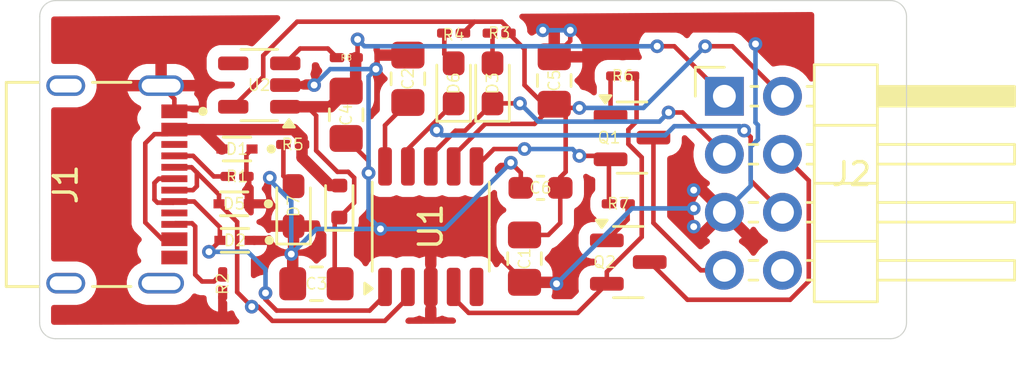
<source format=kicad_pcb>
(kicad_pcb (version 20241229) (generator "pcbnew") (generator_version "9.0")
  (layers (0 "F.Cu" signal) (2 "B.Cu" signal) (13 "F.Paste" user) (15 "B.Paste" user) (5 "F.SilkS" user "F.Silkscreen") (7 "B.SilkS" user "B.Silkscreen") (1 "F.Mask" user) (3 "B.Mask" user) (25 "Edge.Cuts" user))
  (net 0 "")
  (net 1 "GND")
  (net 2 "+3.3V")
  (net 3 "Net-(U1-V3)")
  (net 4 "+5V")
  (net 5 "VBUS")
  (net 6 "D+")
  (net 7 "RXD")
  (net 8 "Net-(D3-A)")
  (net 9 "D-")
  (net 10 "Net-(D6-A)")
  (net 11 "TXD")
  (net 12 "Net-(D7-A)")
  (net 14 "Net-(J1-CC2)")
  (net 15 "Net-(J1-CC1)")
  (net 17 "IO0")
  (net 19 "EN")
  (net 20 "Net-(Q1-B)")
  (net 21 "RTS")
  (net 22 "DTR")
  (net 23 "Net-(Q2-B)")
  (net 24 "Net-(U2-EN)")
  (footprint "Resistor_SMD:R_0201_0603Metric_Pad0.64x0.40mm_HandSolder" (layer "F.Cu") (at 65.5 58.725 180)
    (property "Reference" "R4" (at 0 -0.075 0) (layer "F.SilkS") (effects (font (size 0.5 0.5) (thickness 0.0625))))
    (property "Value" "220")
    (pad "1" smd roundrect (at -0.4075 0 180) (size 0.635 0.4) (layers "F.Cu" "F.Mask") (net 2 "+3.3V"))
    (pad "2" smd roundrect (at 0.4075 0 180) (size 0.635 0.4) (layers "F.Cu" "F.Mask") (net 10 "Net-(D6-A)"))
  )
  (footprint "footprint:HRO_TYPE-C-31-M-12" (layer "F.Cu") (at 48.5375 65.35 -90)
    (property "Reference" "J1" (at 0 0 90) (layer "F.SilkS"))
    (property "Value" "USB_C_Receptacle_USB2.0_16P" (hide yes))
    (fp_line (start -4.47 2.6) (end 4.47 2.6) (stroke (width 0.127)) (layer "F.SilkS"))
    (fp_line (start -4.47 2.6) (end -4.47 1.17) (stroke (width 0.127)) (layer "F.SilkS"))
    (fp_line (start 4.47 2.6) (end 4.47 1.17) (stroke (width 0.127)) (layer "F.SilkS"))
    (fp_line (start -4.47 -2.85) (end -4.47 -1.17) (stroke (width 0.127)) (layer "F.SilkS"))
    (fp_line (start 4.47 -2.85) (end 4.47 -1.17) (stroke (width 0.127)) (layer "F.SilkS"))
    (fp_circle (center -3.2 -6) (end -3.1 -6) (stroke (width 0.2)) (fill no) (layer "F.SilkS"))
    (pad "" np_thru_hole circle (at -2.89 -3.68 270) (size 0.6 0.6) (drill 0.6) (layers "*.Cu" "*.Mask"))
    (pad "" np_thru_hole circle (at 2.89 -3.68 270) (size 0.6 0.6) (drill 0.6) (layers "*.Cu" "*.Mask"))
    (pad "A5" smd rect (at -1.25 -4.75 270) (size 0.3 1.14) (layers "F.Cu" "F.Paste") (net 15 "Net-(J1-CC1)"))
    (pad "A6" smd rect (at -0.25 -4.75 270) (size 0.3 1.14) (layers "F.Cu" "F.Paste") (net 6 "D+"))
    (pad "A7" smd rect (at 0.25 -4.75 270) (size 0.3 1.14) (layers "F.Cu" "F.Paste") (net 9 "D-"))
    (pad "A8" smd rect (at 1.25 -4.75 270) (size 0.3 1.14) (layers "F.Cu" "F.Paste"))
    (pad "A9" smd rect (at 2.4 -4.75 270) (size 0.6 1.14) (layers "F.Cu" "F.Paste") (net 5 "VBUS"))
    (pad "A12" smd rect (at 3.2 -4.75 270) (size 0.6 1.14) (layers "F.Cu" "F.Paste") (net 1 "GND"))
    (pad "B5" smd rect (at 1.75 -4.75 270) (size 0.3 1.14) (layers "F.Cu" "F.Paste") (net 14 "Net-(J1-CC2)"))
    (pad "B6" smd rect (at 0.75 -4.75 270) (size 0.3 1.14) (layers "F.Cu" "F.Paste") (net 6 "D+"))
    (pad "B7" smd rect (at -0.75 -4.75 270) (size 0.3 1.14) (layers "F.Cu" "F.Paste") (net 9 "D-"))
    (pad "B8" smd rect (at -1.75 -4.75 270) (size 0.3 1.14) (layers "F.Cu" "F.Paste"))
    (pad "B9" smd rect (at -2.4 -4.75 270) (size 0.6 1.14) (layers "F.Cu" "F.Paste") (net 5 "VBUS"))
    (pad "B12" smd rect (at -3.2 -4.75 270) (size 0.6 1.14) (layers "F.Cu" "F.Paste") (net 1 "GND"))
    (pad "S1" thru_hole oval (at -4.325 -4.17 270) (size 0.9 2) (drill oval 0.6 1.7) (layers "*.Cu" "*.Mask") (net 1 "GND"))
    (pad "S2" thru_hole oval (at 4.325 -4.17 270) (size 0.9 2) (drill oval 0.6 1.7) (layers "*.Cu" "*.Mask"))
    (pad "S3" thru_hole oval (at -4.325 0 270) (size 0.9 1.7) (drill oval 0.6 1.4) (layers "*.Cu" "*.Mask"))
    (pad "S4" thru_hole oval (at 4.325 0 270) (size 0.9 1.7) (drill oval 0.6 1.4) (layers "*.Cu" "*.Mask"))
  )
  (footprint "Package_SO:SSOP-10-1EP_3.9x4.9mm_P1mm_EP2.1x3.3mm" (layer "F.Cu") (at 64.5 67.2 90)
    (property "Reference" "U1" (at 0 0 90) (layer "F.SilkS"))
    (property "Value" "CH340K")
    (fp_line (start 0 -2.56) (end 1.95 -2.56) (stroke (width 0.12)) (layer "F.SilkS"))
    (fp_line (start 0 -2.56) (end -1.95 -2.56) (stroke (width 0.12)) (layer "F.SilkS"))
    (fp_line (start 0 2.56) (end 1.95 2.56) (stroke (width 0.12)) (layer "F.SilkS"))
    (fp_line (start 0 2.56) (end -1.95 2.56) (stroke (width 0.12)) (layer "F.SilkS"))
    (fp_poly (pts (xy -2.7125 -2.56) (xy -2.9525 -2.89) (xy -2.4725 -2.89)) (stroke (width 0.12)) (fill yes) (layer "F.SilkS"))
    (pad "1" smd roundrect (at -2.6375 -2 90) (size 1.675 0.6) (layers "F.Cu" "F.Mask" "F.Paste") (net 6 "D+"))
    (pad "2" smd roundrect (at -2.6375 -1 90) (size 1.675 0.6) (layers "F.Cu" "F.Mask" "F.Paste") (net 9 "D-"))
    (pad "3" smd roundrect (at -2.6375 0 90) (size 1.675 0.6) (layers "F.Cu" "F.Mask" "F.Paste") (net 1 "GND"))
    (pad "4" smd roundrect (at -2.6375 1 90) (size 1.675 0.6) (layers "F.Cu" "F.Mask" "F.Paste") (net 22 "DTR"))
    (pad "5" smd roundrect (at -2.6375 2 90) (size 1.675 0.6) (layers "F.Cu" "F.Mask" "F.Paste"))
    (pad "6" smd roundrect (at 2.6375 2 90) (size 1.675 0.6) (layers "F.Cu" "F.Mask" "F.Paste") (net 21 "RTS"))
    (pad "7" smd roundrect (at 2.6375 1 90) (size 1.675 0.6) (layers "F.Cu" "F.Mask" "F.Paste") (net 2 "+3.3V"))
    (pad "8" smd roundrect (at 2.6375 0 90) (size 1.675 0.6) (layers "F.Cu" "F.Mask" "F.Paste") (net 7 "RXD"))
    (pad "9" smd roundrect (at 2.6375 -1 90) (size 1.675 0.6) (layers "F.Cu" "F.Mask" "F.Paste") (net 11 "TXD"))
    (pad "10" smd roundrect (at 2.6375 -2 90) (size 1.675 0.6) (layers "F.Cu" "F.Mask" "F.Paste") (net 3 "Net-(U1-V3)"))
    (pad "11" smd rect (at 0 0 90) (size 2.1 3.3) (property pad_prop_heatsink) (layers "F.Cu" "F.Mask") (net 1 "GND"))
  )
  (footprint "Resistor_SMD:R_0201_0603Metric_Pad0.64x0.40mm_HandSolder" (layer "F.Cu") (at 55.4 69.7 -90)
    (property "Reference" "R2" (at 0 0 90) (layer "F.SilkS") (effects (font (size 0.5 0.5) (thickness 0.0625))))
    (property "Value" "5.1k")
    (pad "1" smd roundrect (at -0.4075 0 270) (size 0.635 0.4) (layers "F.Cu" "F.Mask") (net 14 "Net-(J1-CC2)"))
    (pad "2" smd roundrect (at 0.4075 0 270) (size 0.635 0.4) (layers "F.Cu" "F.Mask") (net 1 "GND"))
  )
  (footprint "Diode_SMD:D_SOD-523" (layer "F.Cu") (at 60.5 66.1 90)
    (property "Reference" "D4" (hide yes))
    (property "Value" "D_Schottky" (hide yes))
    (fp_line (start 0.7 -0.6) (end -1.26 -0.6) (stroke (width 0.12)) (layer "F.SilkS"))
    (fp_line (start -1.26 -0.6) (end -1.26 0.6) (stroke (width 0.12)) (layer "F.SilkS"))
    (fp_line (start 0.7 0.6) (end -1.26 0.6) (stroke (width 0.12)) (layer "F.SilkS"))
    (pad "1" smd roundrect (at -0.7 0 270) (size 0.6 0.7) (layers "F.Cu" "F.Mask" "F.Paste") (net 4 "+5V"))
    (pad "2" smd roundrect (at 0.7 0 270) (size 0.6 0.7) (layers "F.Cu" "F.Mask" "F.Paste") (net 5 "VBUS"))
  )
  (footprint "Capacitor_SMD:C_0603_1608Metric_Pad1.08x0.95mm_HandSolder" (layer "F.Cu") (at 69.3 65.5 180)
    (property "Reference" "C6" (at 0 0 0) (layer "F.SilkS") (effects (font (size 0.5 0.5) (thickness 0.0625))))
    (property "Value" "0.1u")
    (fp_line (start -0.146267 0.51) (end 0.146267 0.51) (stroke (width 0.12)) (layer "F.SilkS"))
    (fp_line (start -0.146267 -0.51) (end 0.146267 -0.51) (stroke (width 0.12)) (layer "F.SilkS"))
    (pad "1" smd roundrect (at -0.8625 0 180) (size 1.075 0.95) (layers "F.Cu" "F.Mask" "F.Paste") (net 2 "+3.3V"))
    (pad "2" smd roundrect (at 0.8625 0 180) (size 1.075 0.95) (layers "F.Cu" "F.Mask" "F.Paste") (net 1 "GND"))
  )
  (footprint "Resistor_SMD:R_0201_0603Metric_Pad0.64x0.40mm_HandSolder" (layer "F.Cu") (at 67.4925 58.725 180)
    (property "Reference" "R3" (at 0 0 0) (layer "F.SilkS") (effects (font (size 0.5 0.5) (thickness 0.0625))))
    (property "Value" "220")
    (pad "1" smd roundrect (at -0.4075 0 180) (size 0.635 0.4) (layers "F.Cu" "F.Mask") (net 2 "+3.3V"))
    (pad "2" smd roundrect (at 0.4075 0 180) (size 0.635 0.4) (layers "F.Cu" "F.Mask") (net 8 "Net-(D3-A)"))
  )
  (footprint "LED_SMD:LED_0603_1608Metric_Pad1.05x0.95mm_HandSolder" (layer "F.Cu") (at 67.2 60.925 90)
    (property "Reference" "D3" (at 0 0 90) (layer "F.SilkS") (effects (font (size 0.5 0.5) (thickness 0.0625))))
    (property "Value" "LED")
    (fp_line (start 0.8 -0.735) (end -1.66 -0.735) (stroke (width 0.12)) (layer "F.SilkS"))
    (fp_line (start -1.66 -0.735) (end -1.66 0.735) (stroke (width 0.12)) (layer "F.SilkS"))
    (fp_line (start -1.66 0.735) (end 0.8 0.735) (stroke (width 0.12)) (layer "F.SilkS"))
    (pad "1" smd roundrect (at -0.875 0 90) (size 1.05 0.95) (layers "F.Cu" "F.Mask" "F.Paste") (net 7 "RXD"))
    (pad "2" smd roundrect (at 0.875 0 90) (size 1.05 0.95) (layers "F.Cu" "F.Mask" "F.Paste") (net 8 "Net-(D3-A)"))
  )
  (footprint "Capacitor_SMD:C_0805_2012Metric_Pad1.18x1.45mm_HandSolder" (layer "F.Cu") (at 69.9 60.8 90)
    (property "Reference" "C5" (at 0 0 90) (layer "F.SilkS") (effects (font (size 0.5 0.5) (thickness 0.0625))))
    (property "Value" "10u")
    (fp_line (start -0.261252 -0.735) (end 0.261252 -0.735) (stroke (width 0.12)) (layer "F.SilkS"))
    (fp_line (start -0.261252 0.735) (end 0.261252 0.735) (stroke (width 0.12)) (layer "F.SilkS"))
    (pad "1" smd roundrect (at -1.0375 0 90) (size 1.175 1.45) (layers "F.Cu" "F.Mask" "F.Paste") (roundrect_rratio 0.212766) (net 2 "+3.3V"))
    (pad "2" smd roundrect (at 1.0375 0 90) (size 1.175 1.45) (layers "F.Cu" "F.Mask" "F.Paste") (roundrect_rratio 0.212766) (net 1 "GND"))
  )
  (footprint "footprint:TVS_LESD5D5.0CT1G" (layer "F.Cu") (at 55.9 66.2 180)
    (property "Reference" "D5" (at 0 0 0) (layer "F.SilkS") (effects (font (size 0.5 0.5) (thickness 0.0625))))
    (property "Value" "LESD5D5.0CT1G" (hide yes))
    (fp_line (start 0.6 0.52) (end -0.6 0.52) (stroke (width 0.127)) (layer "F.SilkS"))
    (fp_line (start -0.6 -0.52) (end 0.6 -0.52) (stroke (width 0.127)) (layer "F.SilkS"))
    (fp_circle (center -1.5 0) (end -1.4 0) (stroke (width 0.2)) (fill no) (layer "F.SilkS"))
    (pad "1" smd rect (at -0.66 0 180) (size 0.48 0.4) (layers "F.Cu" "F.Mask" "F.Paste") (net 1 "GND"))
    (pad "2" smd rect (at 0.66 0 180) (size 0.48 0.4) (layers "F.Cu" "F.Mask" "F.Paste") (net 9 "D-"))
  )
  (footprint "LED_SMD:LED_0603_1608Metric_Pad1.05x0.95mm_HandSolder" (layer "F.Cu") (at 58.5 66.3 90)
    (property "Reference" "D7" (at 0 0 90) (layer "F.SilkS") (effects (font (size 0.5 0.5) (thickness 0.0625))))
    (property "Value" "LED")
    (fp_line (start 0.8 -0.735) (end -1.66 -0.735) (stroke (width 0.12)) (layer "F.SilkS"))
    (fp_line (start -1.66 -0.735) (end -1.66 0.735) (stroke (width 0.12)) (layer "F.SilkS"))
    (fp_line (start -1.66 0.735) (end 0.8 0.735) (stroke (width 0.12)) (layer "F.SilkS"))
    (pad "1" smd roundrect (at -0.875 0 90) (size 1.05 0.95) (layers "F.Cu" "F.Mask" "F.Paste") (net 1 "GND"))
    (pad "2" smd roundrect (at 0.875 0 90) (size 1.05 0.95) (layers "F.Cu" "F.Mask" "F.Paste") (net 12 "Net-(D7-A)"))
  )
  (footprint "footprint:TVS_LESD5D5.0CT1G" (layer "F.Cu") (at 56.025 63.8 180)
    (property "Reference" "D1" (at 0 0 0) (layer "F.SilkS") (effects (font (size 0.5 0.5) (thickness 0.0625))))
    (property "Value" "LESD5D5.0CT1G" (hide yes))
    (fp_line (start 0.6 0.52) (end -0.6 0.52) (stroke (width 0.127)) (layer "F.SilkS"))
    (fp_line (start -0.6 -0.52) (end 0.6 -0.52) (stroke (width 0.127)) (layer "F.SilkS"))
    (fp_circle (center -1.5 0) (end -1.4 0) (stroke (width 0.2)) (fill no) (layer "F.SilkS"))
    (pad "1" smd rect (at -0.66 0 180) (size 0.48 0.4) (layers "F.Cu" "F.Mask" "F.Paste") (net 1 "GND"))
    (pad "2" smd rect (at 0.66 0 180) (size 0.48 0.4) (layers "F.Cu" "F.Mask" "F.Paste") (net 5 "VBUS"))
  )
  (footprint "Capacitor_SMD:C_0805_2012Metric_Pad1.18x1.45mm_HandSolder" (layer "F.Cu") (at 59.5 69.7 180)
    (property "Reference" "C3" (at 0 0 0) (layer "F.SilkS") (effects (font (size 0.5 0.5) (thickness 0.0625))))
    (property "Value" "10u")
    (fp_line (start -0.261252 0.735) (end 0.261252 0.735) (stroke (width 0.12)) (layer "F.SilkS"))
    (fp_line (start -0.261252 -0.735) (end 0.261252 -0.735) (stroke (width 0.12)) (layer "F.SilkS"))
    (pad "1" smd roundrect (at -1.0375 0 180) (size 1.175 1.45) (layers "F.Cu" "F.Mask" "F.Paste") (roundrect_rratio 0.212766) (net 4 "+5V"))
    (pad "2" smd roundrect (at 1.0375 0 180) (size 1.175 1.45) (layers "F.Cu" "F.Mask" "F.Paste") (roundrect_rratio 0.212766) (net 1 "GND"))
  )
  (footprint "footprint:TVS_LESD5D5.0CT1G" (layer "F.Cu") (at 55.9375 67.8 180)
    (property "Reference" "D2" (at 0 0 0) (layer "F.SilkS") (effects (font (size 0.5 0.5) (thickness 0.0625))))
    (property "Value" "LESD5D5.0CT1G" (hide yes))
    (fp_line (start 0.6 0.52) (end -0.6 0.52) (stroke (width 0.127)) (layer "F.SilkS"))
    (fp_line (start -0.6 -0.52) (end 0.6 -0.52) (stroke (width 0.127)) (layer "F.SilkS"))
    (fp_circle (center -1.5 0) (end -1.4 0) (stroke (width 0.2)) (fill no) (layer "F.SilkS"))
    (pad "1" smd rect (at -0.66 0 180) (size 0.48 0.4) (layers "F.Cu" "F.Mask" "F.Paste") (net 1 "GND"))
    (pad "2" smd rect (at 0.66 0 180) (size 0.48 0.4) (layers "F.Cu" "F.Mask" "F.Paste") (net 6 "D+"))
  )
  (footprint "LED_SMD:LED_0603_1608Metric_Pad1.05x0.95mm_HandSolder" (layer "F.Cu") (at 65.5 60.925 90)
    (property "Reference" "D6" (at 0 0 90) (layer "F.SilkS") (effects (font (size 0.5 0.5) (thickness 0.0625))))
    (property "Value" "LED")
    (fp_line (start 0.8 -0.735) (end -1.66 -0.735) (stroke (width 0.12)) (layer "F.SilkS"))
    (fp_line (start -1.66 -0.735) (end -1.66 0.735) (stroke (width 0.12)) (layer "F.SilkS"))
    (fp_line (start -1.66 0.735) (end 0.8 0.735) (stroke (width 0.12)) (layer "F.SilkS"))
    (pad "1" smd roundrect (at -0.875 0 90) (size 1.05 0.95) (layers "F.Cu" "F.Mask" "F.Paste") (net 11 "TXD"))
    (pad "2" smd roundrect (at 0.875 0 90) (size 1.05 0.95) (layers "F.Cu" "F.Mask" "F.Paste") (net 10 "Net-(D6-A)"))
  )
  (footprint "Capacitor_SMD:C_0805_2012Metric_Pad1.18x1.45mm_HandSolder" (layer "F.Cu") (at 63.5 60.725 -90)
    (property "Reference" "C2" (at 0 0 90) (layer "F.SilkS") (effects (font (size 0.5 0.5) (thickness 0.0625))))
    (property "Value" "100n")
    (fp_line (start -0.261252 0.735) (end 0.261252 0.735) (stroke (width 0.12)) (layer "F.SilkS"))
    (fp_line (start -0.261252 -0.735) (end 0.261252 -0.735) (stroke (width 0.12)) (layer "F.SilkS"))
    (pad "1" smd roundrect (at -1.0375 0 270) (size 1.175 1.45) (layers "F.Cu" "F.Mask" "F.Paste") (roundrect_rratio 0.212766) (net 1 "GND"))
    (pad "2" smd roundrect (at 1.0375 0 270) (size 1.175 1.45) (layers "F.Cu" "F.Mask" "F.Paste") (roundrect_rratio 0.212766) (net 3 "Net-(U1-V3)"))
  )
  (footprint "Connector_PinHeader_2.54mm:PinHeader_2x04_P2.54mm_Horizontal" (layer "F.Cu") (at 77.34 61.49)
    (property "Reference" "J2" (at 5.56 3.41 0) (layer "F.SilkS"))
    (property "Value" "Conn_02x04_Top_Bottom" (hide yes))
    (fp_line (start -1.27 -1.27) (end 0 -1.27) (stroke (width 0.12)) (layer "F.SilkS"))
    (fp_line (start -1.27 0) (end -1.27 -1.27) (stroke (width 0.12)) (layer "F.SilkS"))
    (fp_line (start 1.077358 2.11) (end 1.462642 2.11) (stroke (width 0.12)) (layer "F.SilkS"))
    (fp_line (start 1.077358 2.97) (end 1.462642 2.97) (stroke (width 0.12)) (layer "F.SilkS"))
    (fp_line (start 1.077358 4.65) (end 1.462642 4.65) (stroke (width 0.12)) (layer "F.SilkS"))
    (fp_line (start 1.077358 5.51) (end 1.462642 5.51) (stroke (width 0.12)) (layer "F.SilkS"))
    (fp_line (start 1.077358 7.19) (end 1.462642 7.19) (stroke (width 0.12)) (layer "F.SilkS"))
    (fp_line (start 1.077358 8.05) (end 1.462642 8.05) (stroke (width 0.12)) (layer "F.SilkS"))
    (fp_line (start 1.16 -0.43) (end 1.462642 -0.43) (stroke (width 0.12)) (layer "F.SilkS"))
    (fp_line (start 1.16 0.43) (end 1.462642 0.43) (stroke (width 0.12)) (layer "F.SilkS"))
    (fp_line (start 3.617358 -0.43) (end 3.93 -0.43) (stroke (width 0.12)) (layer "F.SilkS"))
    (fp_line (start 3.617358 0.43) (end 3.93 0.43) (stroke (width 0.12)) (layer "F.SilkS"))
    (fp_line (start 3.617358 2.11) (end 3.93 2.11) (stroke (width 0.12)) (layer "F.SilkS"))
    (fp_line (start 3.617358 2.97) (end 3.93 2.97) (stroke (width 0.12)) (layer "F.SilkS"))
    (fp_line (start 3.617358 4.65) (end 3.93 4.65) (stroke (width 0.12)) (layer "F.SilkS"))
    (fp_line (start 3.617358 5.51) (end 3.93 5.51) (stroke (width 0.12)) (layer "F.SilkS"))
    (fp_line (start 3.617358 7.19) (end 3.93 7.19) (stroke (width 0.12)) (layer "F.SilkS"))
    (fp_line (start 3.617358 8.05) (end 3.93 8.05) (stroke (width 0.12)) (layer "F.SilkS"))
    (fp_line (start 3.93 -1.38) (end 3.93 9) (stroke (width 0.12)) (layer "F.SilkS"))
    (fp_line (start 3.93 1.27) (end 6.69 1.27) (stroke (width 0.12)) (layer "F.SilkS"))
    (fp_line (start 3.93 3.81) (end 6.69 3.81) (stroke (width 0.12)) (layer "F.SilkS"))
    (fp_line (start 3.93 6.35) (end 6.69 6.35) (stroke (width 0.12)) (layer "F.SilkS"))
    (fp_line (start 3.93 9) (end 6.69 9) (stroke (width 0.12)) (layer "F.SilkS"))
    (fp_line (start 6.69 -1.38) (end 3.93 -1.38) (stroke (width 0.12)) (layer "F.SilkS"))
    (fp_line (start 6.69 2.11) (end 12.69 2.11) (stroke (width 0.12)) (layer "F.SilkS"))
    (fp_line (start 6.69 4.65) (end 12.69 4.65) (stroke (width 0.12)) (layer "F.SilkS"))
    (fp_line (start 6.69 7.19) (end 12.69 7.19) (stroke (width 0.12)) (layer "F.SilkS"))
    (fp_line (start 6.69 9) (end 6.69 -1.38) (stroke (width 0.12)) (layer "F.SilkS"))
    (fp_line (start 12.69 2.11) (end 12.69 2.97) (stroke (width 0.12)) (layer "F.SilkS"))
    (fp_line (start 12.69 2.97) (end 6.69 2.97) (stroke (width 0.12)) (layer "F.SilkS"))
    (fp_line (start 12.69 4.65) (end 12.69 5.51) (stroke (width 0.12)) (layer "F.SilkS"))
    (fp_line (start 12.69 5.51) (end 6.69 5.51) (stroke (width 0.12)) (layer "F.SilkS"))
    (fp_line (start 12.69 7.19) (end 12.69 8.05) (stroke (width 0.12)) (layer "F.SilkS"))
    (fp_line (start 12.69 8.05) (end 6.69 8.05) (stroke (width 0.12)) (layer "F.SilkS"))
    (fp_rect (start 6.69 -0.43) (end 12.69 0.43) (stroke (width 0.12)) (fill yes) (layer "F.SilkS"))
    (pad "1" thru_hole rect (at 0 0) (size 1.7 1.7) (drill 1) (layers "*.Cu" "*.Mask") (net 4 "+5V"))
    (pad "2" thru_hole circle (at 2.54 0) (size 1.7 1.7) (drill 1) (layers "*.Cu" "*.Mask") (net 2 "+3.3V"))
    (pad "3" thru_hole circle (at 0 2.54) (size 1.7 1.7) (drill 1) (layers "*.Cu" "*.Mask") (net 7 "RXD"))
    (pad "4" thru_hole circle (at 2.54 2.54) (size 1.7 1.7) (drill 1) (layers "*.Cu" "*.Mask") (net 17 "IO0"))
    (pad "5" thru_hole circle (at 0 5.08) (size 1.7 1.7) (drill 1) (layers "*.Cu" "*.Mask") (net 1 "GND"))
    (pad "6" thru_hole circle (at 2.54 5.08) (size 1.7 1.7) (drill 1) (layers "*.Cu" "*.Mask") (net 11 "TXD"))
    (pad "7" thru_hole circle (at 0 7.62) (size 1.7 1.7) (drill 1) (layers "*.Cu" "*.Mask") (net 19 "EN"))
    (pad "8" thru_hole circle (at 2.54 7.62) (size 1.7 1.7) (drill 1) (layers "*.Cu" "*.Mask"))
  )
  (footprint "Capacitor_SMD:C_0805_2012Metric_Pad1.18x1.45mm_HandSolder" (layer "F.Cu") (at 60.8 62.3 -90)
    (property "Reference" "C4" (at 0 0 90) (layer "F.SilkS") (effects (font (size 0.5 0.5) (thickness 0.0625))))
    (property "Value" "10u")
    (fp_line (start -0.261252 0.735) (end 0.261252 0.735) (stroke (width 0.12)) (layer "F.SilkS"))
    (fp_line (start -0.261252 -0.735) (end 0.261252 -0.735) (stroke (width 0.12)) (layer "F.SilkS"))
    (pad "1" smd roundrect (at -1.0375 0 270) (size 1.175 1.45) (layers "F.Cu" "F.Mask" "F.Paste") (roundrect_rratio 0.212766) (net 4 "+5V"))
    (pad "2" smd roundrect (at 1.0375 0 270) (size 1.175 1.45) (layers "F.Cu" "F.Mask" "F.Paste") (roundrect_rratio 0.212766) (net 1 "GND"))
  )
  (footprint "Resistor_SMD:R_0201_0603Metric_Pad0.64x0.40mm_HandSolder" (layer "F.Cu") (at 56.03 65)
    (property "Reference" "R1" (at 0 0 0) (layer "F.SilkS") (effects (font (size 0.5 0.5) (thickness 0.0625))))
    (property "Value" "5.1k")
    (pad "1" smd roundrect (at -0.4075 0) (size 0.635 0.4) (layers "F.Cu" "F.Mask") (net 15 "Net-(J1-CC1)"))
    (pad "2" smd roundrect (at 0.4075 0) (size 0.635 0.4) (layers "F.Cu" "F.Mask") (net 1 "GND"))
  )
  (footprint "Capacitor_SMD:C_0805_2012Metric_Pad1.18x1.45mm_HandSolder" (layer "F.Cu") (at 68.6 68.6 -90)
    (property "Reference" "C1" (at 0 0 90) (layer "F.SilkS") (effects (font (size 0.5 0.5) (thickness 0.0625))))
    (property "Value" "100n")
    (fp_line (start -0.261252 0.735) (end 0.261252 0.735) (stroke (width 0.12)) (layer "F.SilkS"))
    (fp_line (start -0.261252 -0.735) (end 0.261252 -0.735) (stroke (width 0.12)) (layer "F.SilkS"))
    (pad "1" smd roundrect (at -1.0375 0 270) (size 1.175 1.45) (layers "F.Cu" "F.Mask" "F.Paste") (roundrect_rratio 0.212766) (net 2 "+3.3V"))
    (pad "2" smd roundrect (at 1.0375 0 270) (size 1.175 1.45) (layers "F.Cu" "F.Mask" "F.Paste") (roundrect_rratio 0.212766) (net 1 "GND"))
  )
  (footprint "Resistor_SMD:R_0201_0603Metric_Pad0.64x0.40mm_HandSolder" (layer "F.Cu") (at 72.7 66.2)
    (property "Reference" "R7" (at 0 0 0) (layer "F.SilkS") (effects (font (size 0.5 0.5) (thickness 0.0625))))
    (property "Value" "10k")
    (pad "1" smd roundrect (at -0.4075 0) (size 0.635 0.4) (layers "F.Cu" "F.Mask") (net 21 "RTS"))
    (pad "2" smd roundrect (at 0.4075 0) (size 0.635 0.4) (layers "F.Cu" "F.Mask") (net 23 "Net-(Q2-B)"))
  )
  (footprint "Resistor_SMD:R_0201_0603Metric_Pad0.64x0.40mm_HandSolder" (layer "F.Cu") (at 58.4625 63.6 180)
    (property "Reference" "R5" (at 0 0 0) (layer "F.SilkS") (effects (font (size 0.5 0.5) (thickness 0.0625))))
    (property "Value" "220")
    (pad "1" smd roundrect (at -0.4075 0 180) (size 0.635 0.4) (layers "F.Cu" "F.Mask") (net 5 "VBUS"))
    (pad "2" smd roundrect (at 0.4075 0 180) (size 0.635 0.4) (layers "F.Cu" "F.Mask") (net 12 "Net-(D7-A)"))
  )
  (footprint "Package_TO_SOT_SMD:SOT-23" (layer "F.Cu") (at 73.1375 68.75)
    (property "Reference" "Q2" (at -1.0375 0 0) (layer "F.SilkS") (effects (font (size 0.5 0.5) (thickness 0.0625))))
    (property "Value" "SS8050" (hide yes))
    (fp_line (start 0 -1.56) (end -0.65 -1.56) (stroke (width 0.12)) (layer "F.SilkS"))
    (fp_line (start 0 -1.56) (end 0.65 -1.56) (stroke (width 0.12)) (layer "F.SilkS"))
    (fp_line (start 0 1.56) (end -0.65 1.56) (stroke (width 0.12)) (layer "F.SilkS"))
    (fp_line (start 0 1.56) (end 0.65 1.56) (stroke (width 0.12)) (layer "F.SilkS"))
    (fp_poly (pts (xy -1.1625 -1.51) (xy -1.4025 -1.84) (xy -0.9225 -1.84)) (stroke (width 0.12)) (fill yes) (layer "F.SilkS"))
    (pad "1" smd roundrect (at -0.9375 -0.95) (size 1.475 0.6) (layers "F.Cu" "F.Mask" "F.Paste") (net 23 "Net-(Q2-B)"))
    (pad "2" smd roundrect (at -0.9375 0.95) (size 1.475 0.6) (layers "F.Cu" "F.Mask" "F.Paste") (net 22 "DTR"))
    (pad "3" smd roundrect (at 0.9375 0) (size 1.475 0.6) (layers "F.Cu" "F.Mask" "F.Paste") (net 17 "IO0"))
  )
  (footprint "Package_TO_SOT_SMD:SOT-23-5" (layer "F.Cu") (at 57 61 180)
    (property "Reference" "U2" (at 0 0 0) (layer "F.SilkS") (effects (font (size 0.5 0.5) (thickness 0.0625))))
    (property "Value" "AP2112K-3.3")
    (fp_line (start 0 1.56) (end 0.8 1.56) (stroke (width 0.12)) (layer "F.SilkS"))
    (fp_line (start 0 1.56) (end -0.8 1.56) (stroke (width 0.12)) (layer "F.SilkS"))
    (fp_line (start 0 -1.56) (end 0.8 -1.56) (stroke (width 0.12)) (layer "F.SilkS"))
    (fp_line (start 0 -1.56) (end -0.8 -1.56) (stroke (width 0.12)) (layer "F.SilkS"))
    (fp_poly (pts (xy -1.3 -1.51) (xy -1.54 -1.84) (xy -1.06 -1.84)) (stroke (width 0.12)) (fill yes) (layer "F.SilkS"))
    (pad "1" smd roundrect (at -1.1375 -0.95 180) (size 1.325 0.6) (layers "F.Cu" "F.Mask" "F.Paste") (net 4 "+5V"))
    (pad "2" smd roundrect (at -1.1375 0 180) (size 1.325 0.6) (layers "F.Cu" "F.Mask" "F.Paste") (net 1 "GND"))
    (pad "3" smd roundrect (at -1.1375 0.95 180) (size 1.325 0.6) (layers "F.Cu" "F.Mask" "F.Paste") (net 24 "Net-(U2-EN)"))
    (pad "4" smd roundrect (at 1.1375 0.95 180) (size 1.325 0.6) (layers "F.Cu" "F.Mask" "F.Paste"))
    (pad "5" smd roundrect (at 1.1375 -0.95 180) (size 1.325 0.6) (layers "F.Cu" "F.Mask" "F.Paste") (net 2 "+3.3V"))
  )
  (footprint "Package_TO_SOT_SMD:SOT-23" (layer "F.Cu") (at 73.3 63.3)
    (property "Reference" "Q1" (at -1 0 0) (layer "F.SilkS") (effects (font (size 0.5 0.5) (thickness 0.0625))))
    (property "Value" "SS8050" (hide yes))
    (fp_line (start 0 -1.56) (end -0.65 -1.56) (stroke (width 0.12)) (layer "F.SilkS"))
    (fp_line (start 0 -1.56) (end 0.65 -1.56) (stroke (width 0.12)) (layer "F.SilkS"))
    (fp_line (start 0 1.56) (end -0.65 1.56) (stroke (width 0.12)) (layer "F.SilkS"))
    (fp_line (start 0 1.56) (end 0.65 1.56) (stroke (width 0.12)) (layer "F.SilkS"))
    (fp_poly (pts (xy -1.1625 -1.51) (xy -1.4025 -1.84) (xy -0.9225 -1.84)) (stroke (width 0.12)) (fill yes) (layer "F.SilkS"))
    (pad "1" smd roundrect (at -0.9375 -0.95) (size 1.475 0.6) (layers "F.Cu" "F.Mask" "F.Paste") (net 20 "Net-(Q1-B)"))
    (pad "2" smd roundrect (at -0.9375 0.95) (size 1.475 0.6) (layers "F.Cu" "F.Mask" "F.Paste") (net 21 "RTS"))
    (pad "3" smd roundrect (at 0.9375 0) (size 1.475 0.6) (layers "F.Cu" "F.Mask" "F.Paste") (net 19 "EN"))
  )
  (footprint "Resistor_SMD:R_0201_0603Metric_Pad0.64x0.40mm_HandSolder" (layer "F.Cu") (at 72.8925 60.6 180)
    (property "Reference" "R6" (at -0.0075 0 0) (layer "F.SilkS") (effects (font (size 0.5 0.5) (thickness 0.0625))))
    (property "Value" "10k")
    (pad "1" smd roundrect (at -0.4075 0 180) (size 0.635 0.4) (layers "F.Cu" "F.Mask") (net 22 "DTR"))
    (pad "2" smd roundrect (at 0.4075 0 180) (size 0.635 0.4) (layers "F.Cu" "F.Mask") (net 20 "Net-(Q1-B)"))
  )
  (footprint "Resistor_SMD:R_0201_0603Metric_Pad0.64x0.40mm_HandSolder" (layer "F.Cu") (at 60.8075 59.8 180)
    (property "Reference" "R8" (at 0 0 0) (layer "F.SilkS") (effects (font (size 0.25 0.25) (thickness 0.03125))))
    (property "Value" "100k")
    (pad "1" smd roundrect (at -0.4075 0 180) (size 0.635 0.4) (layers "F.Cu" "F.Mask") (net 4 "+5V"))
    (pad "2" smd roundrect (at 0.4075 0 180) (size 0.635 0.4) (layers "F.Cu" "F.Mask") (net 24 "Net-(U2-EN)"))
  )
  (gr_arc (start 47.4 58) (mid 47.605025 57.505025) (end 48.1 57.3) (stroke (width 0.05)) (layer "Edge.Cuts"))
  (gr_line (start 48.095 72.105025) (end 84.605025 72.105025) (stroke (width 0.05)) (layer "Edge.Cuts"))
  (gr_line (start 47.4 58) (end 47.394976 71.405025) (stroke (width 0.05)) (layer "Edge.Cuts"))
  (gr_line (start 85.305024 71.405025) (end 85.305025 57.999999) (stroke (width 0.05)) (layer "Edge.Cuts"))
  (gr_line (start 84.605025 57.299999) (end 48.1 57.3) (stroke (width 0.05)) (layer "Edge.Cuts"))
  (gr_arc (start 48.094975 72.105025) (mid 47.6 71.9) (end 47.394975 71.405025) (stroke (width 0.05)) (layer "Edge.Cuts"))
  (gr_arc (start 85.305025 71.405025) (mid 85.1 71.9) (end 84.605025 72.105025) (stroke (width 0.05)) (layer "Edge.Cuts"))
  (gr_arc (start 84.605025 57.299999) (mid 85.1 57.505024) (end 85.305025 57.999999) (stroke (width 0.05)) (layer "Edge.Cuts"))
  (segment (start 68.6 69.6375) (end 66.1625 67.2) (width 0.2) (layer "F.Cu") (net 1))
  (segment (start 68.4375 64.8375) (end 68 64.4) (width 0.2) (layer "F.Cu") (net 1))
  (segment (start 59.4 61) (end 58.1375 61) (width 0.2) (layer "F.Cu") (net 1))
  (segment (start 56.4375 65) (end 56.4375 64.0475) (width 0.2) (layer "F.Cu") (net 1))
  (segment (start 61.78 64.3175) (end 60.8 63.3375) (width 0.2) (layer "F.Cu") (net 1))
  (segment (start 70.6 58.6) (end 70.6 59.0625) (width 0.2) (layer "F.Cu") (net 1))
  (segment (start 53.2875 61.605) (end 52.7075 61.025) (width 0.2) (layer "F.Cu") (net 1))
  (segment (start 68.4375 65.5) (end 68.4375 64.8375) (width 0.2) (layer "F.Cu") (net 1))
  (segment (start 53.2875 62.15) (end 53.2875 61.605) (width 0.2) (layer "F.Cu") (net 1))
  (segment (start 56.56 65.1225) (end 56.4375 65) (width 0.2) (layer "F.Cu") (net 1))
  (segment (start 70.6 59.0625) (end 69.9 59.7625) (width 0.2) (layer "F.Cu") (net 1))
  (segment (start 66.1625 67.2) (end 64.5 67.2) (width 0.2) (layer "F.Cu") (net 1))
  (segment (start 56.4375 64.0475) (end 56.685 63.8) (width 0.2) (layer "F.Cu") (net 1))
  (segment (start 61.78 64.85) (end 61.78 64.3175) (width 0.2) (layer "F.Cu") (net 1))
  (segment (start 70 69.7) (end 68.6625 69.7) (width 0.2) (layer "F.Cu") (net 1))
  (segment (start 68.6625 69.7) (end 68.6 69.6375) (width 0.2) (layer "F.Cu") (net 1))
  (segment (start 56.56 66.2) (end 56.56 65.1225) (width 0.2) (layer "F.Cu") (net 1))
  (segment (start 78.1 58.6) (end 78.7 59.2) (width 0.2) (layer "F.Cu") (net 1))
  (segment (start 70.6 58.6) (end 78.1 58.6) (width 0.2) (layer "F.Cu") (net 1))
  (via (at 76 67.2) (size 0.6) (drill 0.3) (layers "F.Cu" "B.Cu") (net 1))
  (via (at 58.4 68.4) (size 0.6) (drill 0.3) (layers "F.Cu" "B.Cu") (net 1))
  (via (at 76 66.4) (size 0.6) (drill 0.3) (layers "F.Cu" "B.Cu") (net 1))
  (via (at 78.7 59.2) (size 0.6) (drill 0.3) (layers "F.Cu" "B.Cu") (net 1))
  (via (at 68 64.4) (size 0.6) (drill 0.3) (layers "F.Cu" "B.Cu") (net 1))
  (via (at 62.3 67.3) (size 0.6) (drill 0.3) (layers "F.Cu" "B.Cu") (net 1))
  (via (at 57.459933 65.056783) (size 0.6) (drill 0.3) (layers "F.Cu" "B.Cu") (net 1))
  (via (at 59.4 61) (size 0.6) (drill 0.3) (layers "F.Cu" "B.Cu") (net 1))
  (via (at 61.78 64.85) (size 0.6) (drill 0.3) (layers "F.Cu" "B.Cu") (net 1))
  (via (at 70.6 58.6) (size 0.6) (drill 0.3) (layers "F.Cu" "B.Cu") (net 1))
  (via (at 76 65.6) (size 0.6) (drill 0.3) (layers "F.Cu" "B.Cu") (net 1))
  (via (at 69.4 58.6) (size 0.6) (drill 0.3) (layers "F.Cu" "B.Cu") (net 1))
  (via (at 70 69.7) (size 0.6) (drill 0.3) (layers "F.Cu" "B.Cu") (net 1))
  (via (at 62.1 60.3) (size 0.6) (drill 0.3) (layers "F.Cu" "B.Cu") (net 1))
  (segment (start 58.4 66.1) (end 58.4 68.4) (width 0.2) (layer "B.Cu") (net 1))
  (segment (start 78.7 59.2) (end 78.7 62.638543) (width 0.2) (layer "B.Cu") (net 1))
  (segment (start 62.1 60.3) (end 61.78 60.62) (width 0.2) (layer "B.Cu") (net 1))
  (segment (start 61.78 66.78) (end 62.3 67.3) (width 0.2) (layer "B.Cu") (net 1))
  (segment (start 78.491 63.7) (end 78.491 65.419) (width 0.2) (layer "B.Cu") (net 1))
  (segment (start 76 66.4) (end 73.3 66.4) (width 0.2) (layer "B.Cu") (net 1))
  (segment (start 61.78 64.85) (end 61.78 66.78) (width 0.2) (layer "B.Cu") (net 1))
  (segment (start 78.806239 63.384761) (end 78.491 63.7) (width 0.2) (layer "B.Cu") (net 1))
  (segment (start 59.4 61) (end 60.1 60.3) (width 0.2) (layer "B.Cu") (net 1))
  (segment (start 61.78 60.62) (end 61.78 64.85) (width 0.2) (layer "B.Cu") (net 1))
  (segment (start 57.459933 65.056783) (end 57.459933 65.159933) (width 0.2) (layer "B.Cu") (net 1))
  (segment (start 73.3 66.4) (end 70 69.7) (width 0.2) (layer "B.Cu") (net 1))
  (segment (start 59.5 67.3) (end 58.4 68.4) (width 0.2) (layer "B.Cu") (net 1))
  (segment (start 78.7 62.638543) (end 78.806239 62.744782) (width 0.2) (layer "B.Cu") (net 1))
  (segment (start 57.459933 65.159933) (end 58.4 66.1) (width 0.2) (layer "B.Cu") (net 1))
  (segment (start 78.491 65.419) (end 77.34 66.57) (width 0.2) (layer "B.Cu") (net 1))
  (segment (start 68 64.4) (end 65.1 67.3) (width 0.2) (layer "B.Cu") (net 1))
  (segment (start 65.1 67.3) (end 62.3 67.3) (width 0.2) (layer "B.Cu") (net 1))
  (segment (start 60.1 60.3) (end 62.1 60.3) (width 0.2) (layer "B.Cu") (net 1))
  (segment (start 69.4 58.6) (end 70.6 58.6) (width 0.2) (layer "B.Cu") (net 1))
  (segment (start 78.806239 62.744782) (end 78.806239 63.384761) (width 0.2) (layer "B.Cu") (net 1))
  (segment (start 62.3 67.3) (end 59.5 67.3) (width 0.2) (layer "B.Cu") (net 1))
  (segment (start 71 62) (end 70.0625 62) (width 0.2) (layer "F.Cu") (net 2))
  (segment (start 70.1625 65.0375) (end 70.4 64.8) (width 0.2) (layer "F.Cu") (net 2))
  (segment (start 57.174 60.6385) (end 57.174 59.709032) (width 0.2) (layer "F.Cu") (net 2))
  (segment (start 66.883032 62.7) (end 69.0375 62.7) (width 0.2) (layer "F.Cu") (net 2))
  (segment (start 65.5 64.083032) (end 66.883032 62.7) (width 0.2) (layer "F.Cu") (net 2))
  (segment (start 69.4375 61.8375) (end 69.9 61.8375) (width 0.2) (layer "F.Cu") (net 2))
  (segment (start 70.1625 65.5) (end 70.1625 65.0375) (width 0.2) (layer "F.Cu") (net 2))
  (segment (start 79.88 61.49) (end 77.69 59.3) (width 0.2) (layer "F.Cu") (net 2))
  (segment (start 70.4 62.3375) (end 69.9 61.8375) (width 0.2) (layer "F.Cu") (net 2))
  (segment (start 70.0625 62) (end 69.9 61.8375) (width 0.2) (layer "F.Cu") (net 2))
  (segment (start 58.659032 58.224) (end 66.4085 58.224) (width 0.2) (layer "F.Cu") (net 2))
  (segment (start 70.4 64.8) (end 70.4 62.3375) (width 0.2) (layer "F.Cu") (net 2))
  (segment (start 65.9075 58.725) (end 66.4085 58.224) (width 0.2) (layer "F.Cu") (net 2))
  (segment (start 68.6 67.5625) (end 69.6375 67.5625) (width 0.2) (layer "F.Cu") (net 2))
  (segment (start 77.69 59.3) (end 76.5 59.3) (width 0.2) (layer "F.Cu") (net 2))
  (segment (start 70.1625 67.0375) (end 70.1625 65.5) (width 0.2) (layer "F.Cu") (net 2))
  (segment (start 66.4085 58.224) (end 67.598999 58.224) (width 0.2) (layer "F.Cu") (net 2))
  (segment (start 67.9 58.525001) (end 67.9 58.725) (width 0.2) (layer "F.Cu") (net 2))
  (segment (start 69.0375 62.7) (end 69.9 61.8375) (width 0.2) (layer "F.Cu") (net 2))
  (segment (start 68.6 59.425) (end 68.6 61) (width 0.2) (layer "F.Cu") (net 2))
  (segment (start 67.9 58.725) (end 68.6 59.425) (width 0.2) (layer "F.Cu") (net 2))
  (segment (start 57.174 59.709032) (end 58.659032 58.224) (width 0.2) (layer "F.Cu") (net 2))
  (segment (start 67.598999 58.224) (end 67.9 58.525001) (width 0.2) (layer "F.Cu") (net 2))
  (segment (start 65.5 64.5625) (end 65.5 64.083032) (width 0.2) (layer "F.Cu") (net 2))
  (segment (start 55.8625 61.95) (end 57.174 60.6385) (width 0.2) (layer "F.Cu") (net 2))
  (segment (start 69.6375 67.5625) (end 70.1625 67.0375) (width 0.2) (layer "F.Cu") (net 2))
  (segment (start 68.6 61) (end 69.4375 61.8375) (width 0.2) (layer "F.Cu") (net 2))
  (via (at 71 62) (size 0.6) (drill 0.3) (layers "F.Cu" "B.Cu") (net 2))
  (via (at 76.5 59.3) (size 0.6) (drill 0.3) (layers "F.Cu" "B.Cu") (net 2))
  (segment (start 73.8 62) (end 71 62) (width 0.2) (layer "B.Cu") (net 2))
  (segment (start 76.5 59.3) (end 73.8 62) (width 0.2) (layer "B.Cu") (net 2))
  (segment (start 62.5 64.5625) (end 62.5 62.7625) (width 0.2) (layer "F.Cu") (net 3))
  (segment (start 62.5 62.7625) (end 63.5 61.7625) (width 0.2) (layer "F.Cu") (net 3))
  (segment (start 61.151 65.059032) (end 60.890968 64.799) (width 0.2) (layer "F.Cu") (net 4))
  (segment (start 61.3 59) (end 61.3 59.715) (width 0.2) (layer "F.Cu") (net 4))
  (segment (start 75.15 59.3) (end 74.4 59.3) (width 0.2) (layer "F.Cu") (net 4))
  (segment (start 59.4885 63.86887) (end 59.4885 62.3385) (width 0.2) (layer "F.Cu") (net 4))
  (segment (start 60.8 61.2625) (end 60.1125 61.95) (width 0.5) (layer "F.Cu") (net 4))
  (segment (start 60.5 66.8) (end 61.151 66.149) (width 0.2) (layer "F.Cu") (net 4))
  (segment (start 61.151 66.149) (end 61.151 65.059032) (width 0.2) (layer "F.Cu") (net 4))
  (segment (start 59.4885 62.3385) (end 59.1 61.95) (width 0.2) (layer "F.Cu") (net 4))
  (segment (start 60.1125 61.95) (end 58.1375 61.95) (width 0.5) (layer "F.Cu") (net 4))
  (segment (start 60.890968 64.799) (end 60.41863 64.799) (width 0.2) (layer "F.Cu") (net 4))
  (segment (start 61.3 59.715) (end 61.215 59.8) (width 0.2) (layer "F.Cu") (net 4))
  (segment (start 59.1 61.95) (end 58.1375 61.95) (width 0.2) (layer "F.Cu") (net 4))
  (segment (start 60.8 61.2625) (end 61.215 60.8475) (width 0.5) (layer "F.Cu") (net 4))
  (segment (start 60.3 67) (end 60.5 66.8) (width 0.2) (layer "F.Cu") (net 4))
  (segment (start 61.215 60.8475) (end 61.215 59.8) (width 0.5) (layer "F.Cu") (net 4))
  (segment (start 77.34 61.49) (end 75.15 59.3) (width 0.2) (layer "F.Cu") (net 4))
  (segment (start 60.5375 69.7) (end 60.3 69.4625) (width 0.2) (layer "F.Cu") (net 4))
  (segment (start 60.3 69.4625) (end 60.3 67) (width 0.2) (layer "F.Cu") (net 4))
  (segment (start 60.41863 64.799) (end 59.4885 63.86887) (width 0.2) (layer "F.Cu") (net 4))
  (via (at 61.3 59) (size 0.6) (drill 0.3) (layers "F.Cu" "B.Cu") (net 4))
  (via (at 74.4 59.3) (size 0.6) (drill 0.3) (layers "F.Cu" "B.Cu") (net 4))
  (segment (start 61.6 59.3) (end 61.3 59) (width 0.2) (layer "B.Cu") (net 4))
  (segment (start 74.4 59.3) (end 61.6 59.3) (width 0.2) (layer "B.Cu") (net 4))
  (segment (start 52.0155 63.55) (end 52.4165 63.149) (width 0.2) (layer "F.Cu") (net 5))
  (segment (start 52.75 67.75) (end 52.0155 67.0155) (width 0.2) (layer "F.Cu") (net 5))
  (segment (start 54.515 62.95) (end 57.605496 62.95) (width 0.5) (layer "F.Cu") (net 5))
  (segment (start 60.1 65.4) (end 60.5 65.4) (width 0.5) (layer "F.Cu") (net 5))
  (segment (start 54.515 62.95) (end 55.365 63.8) (width 0.5) (layer "F.Cu") (net 5))
  (segment (start 52.4165 63.149) (end 53 63.149) (width 0.2) (layer "F.Cu") (net 5))
  (segment (start 52.0155 67.0155) (end 52.0155 63.55) (width 0.2) (layer "F.Cu") (net 5))
  (segment (start 58.87 63.6) (end 58.87 64.17) (width 0.5) (layer "F.Cu") (net 5))
  (segment (start 53.2875 62.95) (end 54.515 62.95) (width 0.5) (layer "F.Cu") (net 5))
  (segment (start 57.606496 62.949) (end 58.503504 62.949) (width 0.5) (layer "F.Cu") (net 5))
  (segment (start 53.2875 67.75) (end 52.75 67.75) (width 0.2) (layer "F.Cu") (net 5))
  (segment (start 57.605496 62.95) (end 57.606496 62.949) (width 0.5) (layer "F.Cu") (net 5))
  (segment (start 58.503504 62.949) (end 58.87 63.315496) (width 0.5) (layer "F.Cu") (net 5))
  (segment (start 58.87 63.315496) (end 58.87 63.6) (width 0.5) (layer "F.Cu") (net 5))
  (segment (start 58.87 64.17) (end 60.1 65.4) (width 0.5) (layer "F.Cu") (net 5))
  (segment (start 52.549 66.149) (end 53.2385 66.149) (width 0.2) (layer "F.Cu") (net 6))
  (segment (start 53.2385 66.149) (end 53.2875 66.1) (width 0.2) (layer "F.Cu") (net 6))
  (segment (start 55.2775 67.8) (end 55.2775 67.8225) (width 0.2) (layer "F.Cu") (net 6))
  (segment (start 57.761722 70.875) (end 57.273053 70.386331) (width 0.2) (layer "F.Cu") (net 6))
  (segment (start 57.273053 70.386331) (end 57.273053 70.103488) (width 0.2) (layer "F.Cu") (net 6))
  (segment (start 52.4165 66.0165) (end 52.549 66.149) (width 0.2) (layer "F.Cu") (net 6))
  (segment (start 53.2875 65.1) (end 52.6 65.1) (width 0.2) (layer "F.Cu") (net 6))
  (segment (start 54.15475 66.1) (end 55.2775 67.22275) (width 0.2) (layer "F.Cu") (net 6))
  (segment (start 55.2775 67.8225) (end 54.8 68.3) (width 0.2) (layer "F.Cu") (net 6))
  (segment (start 55.2775 67.22275) (end 55.2775 67.8) (width 0.2) (layer "F.Cu") (net 6))
  (segment (start 62.5 69.8375) (end 62.5 70.201103) (width 0.2) (layer "F.Cu") (net 6))
  (segment (start 53.2875 66.1) (end 54.15475 66.1) (width 0.2) (layer "F.Cu") (net 6))
  (segment (start 52.4165 65.2835) (end 52.4165 66.0165) (width 0.2) (layer "F.Cu") (net 6))
  (segment (start 52.6 65.1) (end 52.4165 65.2835) (width 0.2) (layer "F.Cu") (net 6))
  (segment (start 62.5 70.201103) (end 61.826103 70.875) (width 0.2) (layer "F.Cu") (net 6))
  (segment (start 61.826103 70.875) (end 57.761722 70.875) (width 0.2) (layer "F.Cu") (net 6))
  (via (at 54.8 68.3) (size 0.6) (drill 0.3) (layers "F.Cu" "B.Cu") (net 6))
  (via (at 57.273053 70.103488) (size 0.6) (drill 0.3) (layers "F.Cu" "B.Cu") (net 6))
  (segment (start 57.273053 69.073053) (end 57.273053 70.103488) (width 0.2) (layer "B.Cu") (net 6))
  (segment (start 56.5 68.3) (end 57.273053 69.073053) (width 0.2) (layer "B.Cu") (net 6))
  (segment (start 54.8 68.3) (end 56.5 68.3) (width 0.2) (layer "B.Cu") (net 6))
  (segment (start 64.5 64.5625) (end 64.5 64.083032) (width 0.2) (layer "F.Cu") (net 7))
  (segment (start 68.4 61.8) (end 67.2 61.8) (width 0.2) (layer "F.Cu") (net 7))
  (segment (start 66 63) (end 67.2 61.8) (width 0.2) (layer "F.Cu") (net 7))
  (segment (start 65.583032 63) (end 66 63) (width 0.2) (layer "F.Cu") (net 7))
  (segment (start 75.51 62.2) (end 77.34 64.03) (width 0.2) (layer "F.Cu") (net 7))
  (segment (start 74.9 62.2) (end 75.51 62.2) (width 0.2) (layer "F.Cu") (net 7))
  (segment (start 64.5 64.083032) (end 65.583032 63) (width 0.2) (layer "F.Cu") (net 7))
  (via (at 68.4 61.8) (size 0.6) (drill 0.3) (layers "F.Cu" "B.Cu") (net 7))
  (via (at 74.9 62.2) (size 0.6) (drill 0.3) (layers "F.Cu" "B.Cu") (net 7))
  (segment (start 74.499 62.601) (end 69.201 62.601) (width 0.2) (layer "B.Cu") (net 7))
  (segment (start 74.9 62.2) (end 74.499 62.601) (width 0.2) (layer "B.Cu") (net 7))
  (segment (start 69.201 62.601) (end 68.4 61.8) (width 0.2) (layer "B.Cu") (net 7))
  (segment (start 67.2 58.84) (end 67.085 58.725) (width 0.2) (layer "F.Cu") (net 8))
  (segment (start 67.2 60.05) (end 67.2 58.84) (width 0.2) (layer "F.Cu") (net 8))
  (segment (start 55.24 65.7976) (end 55.24 66.2) (width 0.2) (layer "F.Cu") (net 9))
  (segment (start 55.24 66.2) (end 56.03374 66.99374) (width 0.2) (layer "F.Cu") (net 9))
  (segment (start 53.2875 64.6) (end 54.0424 64.6) (width 0.2) (layer "F.Cu") (net 9))
  (segment (start 54.0424 64.6) (end 54.2712 64.8288) (width 0.2) (layer "F.Cu") (net 9))
  (segment (start 63.5 69.8375) (end 63.5 70.316968) (width 0.2) (layer "F.Cu") (net 9))
  (segment (start 54.2712 64.8288) (end 54.2712 65.4288) (width 0.2) (layer "F.Cu") (net 9))
  (segment (start 54.1 65.6) (end 53.2875 65.6) (width 0.2) (layer "F.Cu") (net 9))
  (segment (start 56.03374 70.066259) (end 56.672011 70.70453) (width 0.2) (layer "F.Cu") (net 9))
  (segment (start 63.5 70.316968) (end 62.491968 71.325) (width 0.2) (layer "F.Cu") (net 9))
  (segment (start 62.491968 71.325) (end 57.575324 71.325) (width 0.2) (layer "F.Cu") (net 9))
  (segment (start 56.954854 70.70453) (end 56.672011 70.70453) (width 0.2) (layer "F.Cu") (net 9))
  (segment (start 54.2712 64.8288) (end 55.24 65.7976) (width 0.2) (layer "F.Cu") (net 9))
  (segment (start 54.2712 65.4288) (end 54.1 65.6) (width 0.2) (layer "F.Cu") (net 9))
  (segment (start 56.03374 66.99374) (end 56.03374 70.066259) (width 0.2) (layer "F.Cu") (net 9))
  (segment (start 57.575324 71.325) (end 56.954854 70.70453) (width 0.2) (layer "F.Cu") (net 9))
  (via (at 56.672011 70.70453) (size 0.6) (drill 0.3) (layers "F.Cu" "B.Cu") (net 9))
  (segment (start 65.0925 59.6425) (end 65.0925 58.725) (width 0.2) (layer "F.Cu") (net 10))
  (segment (start 65.5 60.05) (end 65.0925 59.6425) (width 0.2) (layer "F.Cu") (net 10))
  (segment (start 63.5 64.5625) (end 63.5 63.8) (width 0.2) (layer "F.Cu") (net 11))
  (segment (start 64.8 62.5) (end 65.5 61.8) (width 0.2) (layer "F.Cu") (net 11))
  (segment (start 64.756529 62.977974) (end 64.756529 62.543471) (width 0.2) (layer "F.Cu") (net 11))
  (segment (start 63.5 63.8) (end 64.8 62.5) (width 0.2) (layer "F.Cu") (net 11))
  (segment (start 78.491 65.181) (end 78.491 63.279486) (width 0.2) (layer "F.Cu") (net 11))
  (segment (start 78.491 63.279486) (end 78.205239 62.993725) (width 0.2) (layer "F.Cu") (net 11))
  (segment (start 79.88 66.57) (end 78.491 65.181) (width 0.2) (layer "F.Cu") (net 11))
  (segment (start 64.756529 62.543471) (end 64.8 62.5) (width 0.2) (layer "F.Cu") (net 11))
  (via (at 78.205239 62.993725) (size 0.6) (drill 0.3) (layers "F.Cu" "B.Cu") (net 11))
  (via (at 64.756529 62.977974) (size 0.6) (drill 0.3) (layers "F.Cu" "B.Cu") (net 11))
  (segment (start 64.756529 62.977974) (end 64.977555 63.199) (width 0.2) (layer "B.Cu") (net 11))
  (segment (start 64.977555 63.199) (end 74.750943 63.199) (width 0.2) (layer "B.Cu") (net 11))
  (segment (start 74.750943 63.199) (end 75.148943 62.801) (width 0.2) (layer "B.Cu") (net 11))
  (segment (start 75.148943 62.801) (end 78.012514 62.801) (width 0.2) (layer "B.Cu") (net 11))
  (segment (start 78.012514 62.801) (end 78.205239 62.993725) (width 0.2) (layer "B.Cu") (net 11))
  (segment (start 58.055 64.98) (end 58.055 63.6) (width 0.2) (layer "F.Cu") (net 12))
  (segment (start 58.5 65.425) (end 58.055 64.98) (width 0.2) (layer "F.Cu") (net 12))
  (segment (start 54.5 69.6) (end 55.02013 69.6) (width 0.2) (layer "F.Cu") (net 14))
  (segment (start 55.13113 69.489) (end 55.2035 69.489) (width 0.2) (layer "F.Cu") (net 14))
  (segment (start 53.3365 67.051) (end 54.0605 67.051) (width 0.2) (layer "F.Cu") (net 14))
  (segment (start 54.2 69.3) (end 54.5 69.6) (width 0.2) (layer "F.Cu") (net 14))
  (segment (start 54.2 67.1905) (end 54.2 69.3) (width 0.2) (layer "F.Cu") (net 14))
  (segment (start 54.0605 67.051) (end 54.2 67.1905) (width 0.2) (layer "F.Cu") (net 14))
  (segment (start 55.02013 69.6) (end 55.13113 69.489) (width 0.2) (layer "F.Cu") (net 14))
  (segment (start 53.2875 67.1) (end 53.3365 67.051) (width 0.2) (layer "F.Cu") (net 14))
  (segment (start 55.2035 69.489) (end 55.4 69.2925) (width 0.2) (layer "F.Cu") (net 14))
  (segment (start 53.2875 64.1) (end 54.1095 64.1) (width 0.2) (layer "F.Cu") (net 15))
  (segment (start 54.1095 64.1) (end 55.0095 65) (width 0.2) (layer "F.Cu") (net 15))
  (segment (start 55.0095 65) (end 55.6225 65) (width 0.2) (layer "F.Cu") (net 15))
  (segment (start 75.725 70.4) (end 74.075 68.75) (width 0.2) (layer "F.Cu") (net 17))
  (segment (start 81.031 69.58676) (end 80.21776 70.4) (width 0.2) (layer "F.Cu") (net 17))
  (segment (start 81.031 65.181) (end 81.031 69.58676) (width 0.2) (layer "F.Cu") (net 17))
  (segment (start 79.88 64.03) (end 81.031 65.181) (width 0.2) (layer "F.Cu") (net 17))
  (segment (start 80.21776 70.4) (end 75.725 70.4) (width 0.2) (layer "F.Cu") (net 17))
  (segment (start 77.34 69.11) (end 76.31 69.11) (width 0.2) (layer "F.Cu") (net 19))
  (segment (start 76.31 69.11) (end 74.2375 67.0375) (width 0.2) (layer "F.Cu") (net 19))
  (segment (start 74.2375 67.0375) (end 74.2375 63.3) (width 0.2) (layer "F.Cu") (net 19))
  (segment (start 72.3625 60.7225) (end 72.485 60.6) (width 0.2) (layer "F.Cu") (net 20))
  (segment (start 72.3625 62.35) (end 72.3625 60.7225) (width 0.2) (layer "F.Cu") (net 20))
  (segment (start 72.2925 64.32) (end 72.3625 64.25) (width 0.2) (layer "F.Cu") (net 21))
  (segment (start 72.2125 64.1) (end 72.3625 64.25) (width 0.2) (layer "F.Cu") (net 21))
  (segment (start 71 64.1) (end 72.2125 64.1) (width 0.2) (layer "F.Cu") (net 21))
  (segment (start 72.2925 66.2) (end 72.2925 64.32) (width 0.2) (layer "F.Cu") (net 21))
  (segment (start 67.2625 63.8) (end 68.6 63.8) (width 0.2) (layer "F.Cu") (net 21))
  (segment (start 66.5 64.5625) (end 67.2625 63.8) (width 0.2) (layer "F.Cu") (net 21))
  (via (at 68.6 63.8) (size 0.6) (drill 0.3) (layers "F.Cu" "B.Cu") (net 21))
  (via (at 71 64.1) (size 0.6) (drill 0.3) (layers "F.Cu" "B.Cu") (net 21))
  (segment (start 68.6 63.8) (end 70.7 63.8) (width 0.2) (layer "B.Cu") (net 21))
  (segment (start 70.7 63.8) (end 71 64.1) (width 0.2) (layer "B.Cu") (net 21))
  (segment (start 72.2 69.179468) (end 73.726 67.653468) (width 0.2) (layer "F.Cu") (net 22))
  (segment (start 66.159032 70.976) (end 70.924 70.976) (width 0.2) (layer "F.Cu") (net 22))
  (segment (start 73.499999 60.799999) (end 73.3 60.6) (width 0.2) (layer "F.Cu") (net 22))
  (segment (start 73.140968 62.951) (end 73.499999 62.591969) (width 0.2) (layer "F.Cu") (net 22))
  (segment (start 70.924 70.976) (end 72.2 69.7) (width 0.2) (layer "F.Cu") (net 22))
  (segment (start 65.5 70.316968) (end 66.159032 70.976) (width 0.2) (layer "F.Cu") (net 22))
  (segment (start 73.140968 63.582936) (end 73.140968 62.951) (width 0.2) (layer "F.Cu") (net 22))
  (segment (start 73.499999 62.591969) (end 73.499999 60.799999) (width 0.2) (layer "F.Cu") (net 22))
  (segment (start 72.2 69.7) (end 72.2 69.179468) (width 0.2) (layer "F.Cu") (net 22))
  (segment (start 65.5 69.8375) (end 65.5 70.316968) (width 0.2) (layer "F.Cu") (net 22))
  (segment (start 73.726 67.653468) (end 73.726 64.167968) (width 0.2) (layer "F.Cu") (net 22))
  (segment (start 73.726 64.167968) (end 73.140968 63.582936) (width 0.2) (layer "F.Cu") (net 22))
  (segment (start 73.1075 66.8925) (end 72.2 67.8) (width 0.2) (layer "F.Cu") (net 23))
  (segment (start 73.1075 66.2) (end 73.1075 66.8925) (width 0.2) (layer "F.Cu") (net 23))
  (segment (start 58.1375 60.05) (end 57.85 60.05) (width 0.2) (layer "F.Cu") (net 24))
  (segment (start 58.1375 60.05) (end 58.7875 59.4) (width 0.2) (layer "F.Cu") (net 24))
  (segment (start 60 59.4) (end 60.4 59.8) (width 0.2) (layer "F.Cu") (net 24))
  (segment (start 57.85 60.05) (end 57.7 60.2) (width 0.2) (layer "F.Cu") (net 24))
  (segment (start 58.7875 59.4) (end 60 59.4) (width 0.2) (layer "F.Cu") (net 24))
  (zone (net 1) (net_name "GND") (layer "F.Cu") (connect_pads (clearance 0.5)) (min_thickness 0.25) (fill yes (thermal_gap 0.5) (thermal_bridge_width 0.5))
    (polygon (pts (xy 47.4 58) (xy 47.5 71.5) (xy 81.27 71.405025) (xy 81.27 57.8)))
  )
)
</source>
